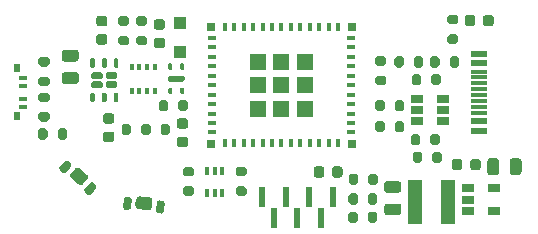
<source format=gbr>
G04 #@! TF.GenerationSoftware,KiCad,Pcbnew,(5.1.10)-1*
G04 #@! TF.CreationDate,2021-07-14T09:56:37-05:00*
G04 #@! TF.ProjectId,temp sensor,74656d70-2073-4656-9e73-6f722e6b6963,0.2*
G04 #@! TF.SameCoordinates,Original*
G04 #@! TF.FileFunction,Paste,Top*
G04 #@! TF.FilePolarity,Positive*
%FSLAX45Y45*%
G04 Gerber Fmt 4.5, Leading zero omitted, Abs format (unit mm)*
G04 Created by KiCad (PCBNEW (5.1.10)-1) date 2021-07-14 09:56:37*
%MOMM*%
%LPD*%
G01*
G04 APERTURE LIST*
%ADD10R,0.600000X1.750000*%
%ADD11R,1.060000X0.650000*%
%ADD12R,0.400000X0.650000*%
%ADD13R,1.000000X1.000000*%
%ADD14R,0.630000X0.660000*%
%ADD15R,0.800000X0.400000*%
%ADD16R,1.200000X3.700000*%
%ADD17R,0.350000X0.500000*%
%ADD18R,1.450000X1.450000*%
%ADD19R,0.700000X0.700000*%
%ADD20R,0.400000X0.800000*%
%ADD21R,1.450000X0.300000*%
%ADD22R,1.450000X0.600000*%
G04 APERTURE END LIST*
G04 #@! TO.C,R10*
G36*
G01*
X15302312Y-9186486D02*
X15302312Y-9131486D01*
G75*
G02*
X15322312Y-9111486I20000J0D01*
G01*
X15362312Y-9111486D01*
G75*
G02*
X15382312Y-9131486I0J-20000D01*
G01*
X15382312Y-9186486D01*
G75*
G02*
X15362312Y-9206486I-20000J0D01*
G01*
X15322312Y-9206486D01*
G75*
G02*
X15302312Y-9186486I0J20000D01*
G01*
G37*
G36*
G01*
X15137312Y-9186486D02*
X15137312Y-9131486D01*
G75*
G02*
X15157312Y-9111486I20000J0D01*
G01*
X15197312Y-9111486D01*
G75*
G02*
X15217312Y-9131486I0J-20000D01*
G01*
X15217312Y-9186486D01*
G75*
G02*
X15197312Y-9206486I-20000J0D01*
G01*
X15157312Y-9206486D01*
G75*
G02*
X15137312Y-9186486I0J20000D01*
G01*
G37*
G04 #@! TD*
G04 #@! TO.C,SW1*
G36*
G01*
X12248795Y-9951812D02*
X12284878Y-9910303D01*
G75*
G02*
X12323675Y-9907590I20755J-18042D01*
G01*
X12387825Y-9963355D01*
G75*
G02*
X12390538Y-10002152I-18042J-20755D01*
G01*
X12354454Y-10043661D01*
G75*
G02*
X12315658Y-10046373I-20755J18042D01*
G01*
X12251508Y-9990608D01*
G75*
G02*
X12248795Y-9951812I18042J20755D01*
G01*
G37*
G36*
G01*
X12364468Y-10085491D02*
X12413672Y-10028887D01*
G75*
G02*
X12438361Y-10027161I13207J-11481D01*
G01*
X12464775Y-10050123D01*
G75*
G02*
X12466502Y-10074811I-11481J-13207D01*
G01*
X12417297Y-10131415D01*
G75*
G02*
X12392609Y-10133141I-13207J11481D01*
G01*
X12366194Y-10110179D01*
G75*
G02*
X12364468Y-10085491I11481J13207D01*
G01*
G37*
G36*
G01*
X12153149Y-9901794D02*
X12202354Y-9845191D01*
G75*
G02*
X12227042Y-9843464I13207J-11481D01*
G01*
X12253457Y-9866426D01*
G75*
G02*
X12255183Y-9891115I-11481J-13207D01*
G01*
X12205979Y-9947718D01*
G75*
G02*
X12181290Y-9949444I-13207J11481D01*
G01*
X12154876Y-9926482D01*
G75*
G02*
X12153149Y-9901794I11481J13207D01*
G01*
G37*
G04 #@! TD*
D10*
G04 #@! TO.C,J3*
X14467500Y-10155000D03*
X14267500Y-10155000D03*
X14067500Y-10155000D03*
X13867500Y-10155000D03*
X14367500Y-10330000D03*
X14167500Y-10330000D03*
X13967500Y-10330000D03*
G04 #@! TD*
G04 #@! TO.C,R6*
G36*
G01*
X14767500Y-10030000D02*
X14767500Y-9975000D01*
G75*
G02*
X14787500Y-9955000I20000J0D01*
G01*
X14827500Y-9955000D01*
G75*
G02*
X14847500Y-9975000I0J-20000D01*
G01*
X14847500Y-10030000D01*
G75*
G02*
X14827500Y-10050000I-20000J0D01*
G01*
X14787500Y-10050000D01*
G75*
G02*
X14767500Y-10030000I0J20000D01*
G01*
G37*
G36*
G01*
X14602500Y-10030000D02*
X14602500Y-9975000D01*
G75*
G02*
X14622500Y-9955000I20000J0D01*
G01*
X14662500Y-9955000D01*
G75*
G02*
X14682500Y-9975000I0J-20000D01*
G01*
X14682500Y-10030000D01*
G75*
G02*
X14662500Y-10050000I-20000J0D01*
G01*
X14622500Y-10050000D01*
G75*
G02*
X14602500Y-10030000I0J20000D01*
G01*
G37*
G04 #@! TD*
G04 #@! TO.C,C5*
G36*
G01*
X12487500Y-8772500D02*
X12537500Y-8772500D01*
G75*
G02*
X12560000Y-8795000I0J-22500D01*
G01*
X12560000Y-8840000D01*
G75*
G02*
X12537500Y-8862500I-22500J0D01*
G01*
X12487500Y-8862500D01*
G75*
G02*
X12465000Y-8840000I0J22500D01*
G01*
X12465000Y-8795000D01*
G75*
G02*
X12487500Y-8772500I22500J0D01*
G01*
G37*
G36*
G01*
X12487500Y-8617500D02*
X12537500Y-8617500D01*
G75*
G02*
X12560000Y-8640000I0J-22500D01*
G01*
X12560000Y-8685000D01*
G75*
G02*
X12537500Y-8707500I-22500J0D01*
G01*
X12487500Y-8707500D01*
G75*
G02*
X12465000Y-8685000I0J22500D01*
G01*
X12465000Y-8640000D01*
G75*
G02*
X12487500Y-8617500I22500J0D01*
G01*
G37*
G04 #@! TD*
G04 #@! TO.C,R15*
G36*
G01*
X11995000Y-9132500D02*
X12050000Y-9132500D01*
G75*
G02*
X12070000Y-9152500I0J-20000D01*
G01*
X12070000Y-9192500D01*
G75*
G02*
X12050000Y-9212500I-20000J0D01*
G01*
X11995000Y-9212500D01*
G75*
G02*
X11975000Y-9192500I0J20000D01*
G01*
X11975000Y-9152500D01*
G75*
G02*
X11995000Y-9132500I20000J0D01*
G01*
G37*
G36*
G01*
X11995000Y-8967500D02*
X12050000Y-8967500D01*
G75*
G02*
X12070000Y-8987500I0J-20000D01*
G01*
X12070000Y-9027500D01*
G75*
G02*
X12050000Y-9047500I-20000J0D01*
G01*
X11995000Y-9047500D01*
G75*
G02*
X11975000Y-9027500I0J20000D01*
G01*
X11975000Y-8987500D01*
G75*
G02*
X11995000Y-8967500I20000J0D01*
G01*
G37*
G04 #@! TD*
G04 #@! TO.C,R16*
G36*
G01*
X12723700Y-8701800D02*
X12668700Y-8701800D01*
G75*
G02*
X12648700Y-8681800I0J20000D01*
G01*
X12648700Y-8641800D01*
G75*
G02*
X12668700Y-8621800I20000J0D01*
G01*
X12723700Y-8621800D01*
G75*
G02*
X12743700Y-8641800I0J-20000D01*
G01*
X12743700Y-8681800D01*
G75*
G02*
X12723700Y-8701800I-20000J0D01*
G01*
G37*
G36*
G01*
X12723700Y-8866800D02*
X12668700Y-8866800D01*
G75*
G02*
X12648700Y-8846800I0J20000D01*
G01*
X12648700Y-8806800D01*
G75*
G02*
X12668700Y-8786800I20000J0D01*
G01*
X12723700Y-8786800D01*
G75*
G02*
X12743700Y-8806800I0J-20000D01*
G01*
X12743700Y-8846800D01*
G75*
G02*
X12723700Y-8866800I-20000J0D01*
G01*
G37*
G04 #@! TD*
G04 #@! TO.C,C4*
G36*
G01*
X13220000Y-9575000D02*
X13170000Y-9575000D01*
G75*
G02*
X13147500Y-9552500I0J22500D01*
G01*
X13147500Y-9507500D01*
G75*
G02*
X13170000Y-9485000I22500J0D01*
G01*
X13220000Y-9485000D01*
G75*
G02*
X13242500Y-9507500I0J-22500D01*
G01*
X13242500Y-9552500D01*
G75*
G02*
X13220000Y-9575000I-22500J0D01*
G01*
G37*
G36*
G01*
X13220000Y-9730000D02*
X13170000Y-9730000D01*
G75*
G02*
X13147500Y-9707500I0J22500D01*
G01*
X13147500Y-9662500D01*
G75*
G02*
X13170000Y-9640000I22500J0D01*
G01*
X13220000Y-9640000D01*
G75*
G02*
X13242500Y-9662500I0J-22500D01*
G01*
X13242500Y-9707500D01*
G75*
G02*
X13220000Y-9730000I-22500J0D01*
G01*
G37*
G04 #@! TD*
G04 #@! TO.C,R13*
G36*
G01*
X14906162Y-9528996D02*
X14906162Y-9583996D01*
G75*
G02*
X14886162Y-9603996I-20000J0D01*
G01*
X14846162Y-9603996D01*
G75*
G02*
X14826162Y-9583996I0J20000D01*
G01*
X14826162Y-9528996D01*
G75*
G02*
X14846162Y-9508996I20000J0D01*
G01*
X14886162Y-9508996D01*
G75*
G02*
X14906162Y-9528996I0J-20000D01*
G01*
G37*
G36*
G01*
X15071162Y-9528996D02*
X15071162Y-9583996D01*
G75*
G02*
X15051162Y-9603996I-20000J0D01*
G01*
X15011162Y-9603996D01*
G75*
G02*
X14991162Y-9583996I0J20000D01*
G01*
X14991162Y-9528996D01*
G75*
G02*
X15011162Y-9508996I20000J0D01*
G01*
X15051162Y-9508996D01*
G75*
G02*
X15071162Y-9528996I0J-20000D01*
G01*
G37*
G04 #@! TD*
G04 #@! TO.C,R3*
G36*
G01*
X12050000Y-9347500D02*
X11995000Y-9347500D01*
G75*
G02*
X11975000Y-9327500I0J20000D01*
G01*
X11975000Y-9287500D01*
G75*
G02*
X11995000Y-9267500I20000J0D01*
G01*
X12050000Y-9267500D01*
G75*
G02*
X12070000Y-9287500I0J-20000D01*
G01*
X12070000Y-9327500D01*
G75*
G02*
X12050000Y-9347500I-20000J0D01*
G01*
G37*
G36*
G01*
X12050000Y-9512500D02*
X11995000Y-9512500D01*
G75*
G02*
X11975000Y-9492500I0J20000D01*
G01*
X11975000Y-9452500D01*
G75*
G02*
X11995000Y-9432500I20000J0D01*
G01*
X12050000Y-9432500D01*
G75*
G02*
X12070000Y-9452500I0J-20000D01*
G01*
X12070000Y-9492500D01*
G75*
G02*
X12050000Y-9512500I-20000J0D01*
G01*
G37*
G04 #@! TD*
G04 #@! TO.C,R2*
G36*
G01*
X14900776Y-9040722D02*
X14845776Y-9040722D01*
G75*
G02*
X14825776Y-9020722I0J20000D01*
G01*
X14825776Y-8980722D01*
G75*
G02*
X14845776Y-8960722I20000J0D01*
G01*
X14900776Y-8960722D01*
G75*
G02*
X14920776Y-8980722I0J-20000D01*
G01*
X14920776Y-9020722D01*
G75*
G02*
X14900776Y-9040722I-20000J0D01*
G01*
G37*
G36*
G01*
X14900776Y-9205722D02*
X14845776Y-9205722D01*
G75*
G02*
X14825776Y-9185722I0J20000D01*
G01*
X14825776Y-9145722D01*
G75*
G02*
X14845776Y-9125722I20000J0D01*
G01*
X14900776Y-9125722D01*
G75*
G02*
X14920776Y-9145722I0J-20000D01*
G01*
X14920776Y-9185722D01*
G75*
G02*
X14900776Y-9205722I-20000J0D01*
G01*
G37*
G04 #@! TD*
G04 #@! TO.C,R11*
G36*
G01*
X15206644Y-9639740D02*
X15206644Y-9694740D01*
G75*
G02*
X15186644Y-9714740I-20000J0D01*
G01*
X15146644Y-9714740D01*
G75*
G02*
X15126644Y-9694740I0J20000D01*
G01*
X15126644Y-9639740D01*
G75*
G02*
X15146644Y-9619740I20000J0D01*
G01*
X15186644Y-9619740D01*
G75*
G02*
X15206644Y-9639740I0J-20000D01*
G01*
G37*
G36*
G01*
X15371644Y-9639740D02*
X15371644Y-9694740D01*
G75*
G02*
X15351644Y-9714740I-20000J0D01*
G01*
X15311644Y-9714740D01*
G75*
G02*
X15291644Y-9694740I0J20000D01*
G01*
X15291644Y-9639740D01*
G75*
G02*
X15311644Y-9619740I20000J0D01*
G01*
X15351644Y-9619740D01*
G75*
G02*
X15371644Y-9639740I0J-20000D01*
G01*
G37*
G04 #@! TD*
G04 #@! TO.C,R4*
G36*
G01*
X13665000Y-10062500D02*
X13720000Y-10062500D01*
G75*
G02*
X13740000Y-10082500I0J-20000D01*
G01*
X13740000Y-10122500D01*
G75*
G02*
X13720000Y-10142500I-20000J0D01*
G01*
X13665000Y-10142500D01*
G75*
G02*
X13645000Y-10122500I0J20000D01*
G01*
X13645000Y-10082500D01*
G75*
G02*
X13665000Y-10062500I20000J0D01*
G01*
G37*
G36*
G01*
X13665000Y-9897500D02*
X13720000Y-9897500D01*
G75*
G02*
X13740000Y-9917500I0J-20000D01*
G01*
X13740000Y-9957500D01*
G75*
G02*
X13720000Y-9977500I-20000J0D01*
G01*
X13665000Y-9977500D01*
G75*
G02*
X13645000Y-9957500I0J20000D01*
G01*
X13645000Y-9917500D01*
G75*
G02*
X13665000Y-9897500I20000J0D01*
G01*
G37*
G04 #@! TD*
G04 #@! TO.C,R7*
G36*
G01*
X13075000Y-9352500D02*
X13075000Y-9407500D01*
G75*
G02*
X13055000Y-9427500I-20000J0D01*
G01*
X13015000Y-9427500D01*
G75*
G02*
X12995000Y-9407500I0J20000D01*
G01*
X12995000Y-9352500D01*
G75*
G02*
X13015000Y-9332500I20000J0D01*
G01*
X13055000Y-9332500D01*
G75*
G02*
X13075000Y-9352500I0J-20000D01*
G01*
G37*
G36*
G01*
X13240000Y-9352500D02*
X13240000Y-9407500D01*
G75*
G02*
X13220000Y-9427500I-20000J0D01*
G01*
X13180000Y-9427500D01*
G75*
G02*
X13160000Y-9407500I0J20000D01*
G01*
X13160000Y-9352500D01*
G75*
G02*
X13180000Y-9332500I20000J0D01*
G01*
X13220000Y-9332500D01*
G75*
G02*
X13240000Y-9352500I0J-20000D01*
G01*
G37*
G04 #@! TD*
D11*
G04 #@! TO.C,U2*
X15832600Y-10078970D03*
X15832600Y-10268970D03*
X15612600Y-10268970D03*
X15612600Y-10173970D03*
X15612600Y-10078970D03*
G04 #@! TD*
G04 #@! TO.C,C3*
G36*
G01*
X12197500Y-9095000D02*
X12292500Y-9095000D01*
G75*
G02*
X12317500Y-9120000I0J-25000D01*
G01*
X12317500Y-9170000D01*
G75*
G02*
X12292500Y-9195000I-25000J0D01*
G01*
X12197500Y-9195000D01*
G75*
G02*
X12172500Y-9170000I0J25000D01*
G01*
X12172500Y-9120000D01*
G75*
G02*
X12197500Y-9095000I25000J0D01*
G01*
G37*
G36*
G01*
X12197500Y-8905000D02*
X12292500Y-8905000D01*
G75*
G02*
X12317500Y-8930000I0J-25000D01*
G01*
X12317500Y-8980000D01*
G75*
G02*
X12292500Y-9005000I-25000J0D01*
G01*
X12197500Y-9005000D01*
G75*
G02*
X12172500Y-8980000I0J25000D01*
G01*
X12172500Y-8930000D01*
G75*
G02*
X12197500Y-8905000I25000J0D01*
G01*
G37*
G04 #@! TD*
D12*
G04 #@! TO.C,Q1*
X13402500Y-9930000D03*
X13532500Y-9930000D03*
X13467500Y-10120000D03*
X13467500Y-9930000D03*
X13532500Y-10120000D03*
X13402500Y-10120000D03*
G04 #@! TD*
D13*
G04 #@! TO.C,D1*
X13172500Y-8677500D03*
X13172500Y-8927500D03*
G04 #@! TD*
G04 #@! TO.C,U4*
G36*
G01*
X12439500Y-9170900D02*
X12506500Y-9170900D01*
G75*
G02*
X12521500Y-9185900I0J-15000D01*
G01*
X12521500Y-9215900D01*
G75*
G02*
X12506500Y-9230900I-15000J0D01*
G01*
X12439500Y-9230900D01*
G75*
G02*
X12424500Y-9215900I0J15000D01*
G01*
X12424500Y-9185900D01*
G75*
G02*
X12439500Y-9170900I15000J0D01*
G01*
G37*
G36*
G01*
X12559500Y-9170900D02*
X12626500Y-9170900D01*
G75*
G02*
X12641500Y-9185900I0J-15000D01*
G01*
X12641500Y-9215900D01*
G75*
G02*
X12626500Y-9230900I-15000J0D01*
G01*
X12559500Y-9230900D01*
G75*
G02*
X12544500Y-9215900I0J15000D01*
G01*
X12544500Y-9185900D01*
G75*
G02*
X12559500Y-9170900I15000J0D01*
G01*
G37*
G36*
G01*
X12439500Y-9095900D02*
X12506500Y-9095900D01*
G75*
G02*
X12521500Y-9110900I0J-15000D01*
G01*
X12521500Y-9140900D01*
G75*
G02*
X12506500Y-9155900I-15000J0D01*
G01*
X12439500Y-9155900D01*
G75*
G02*
X12424500Y-9140900I0J15000D01*
G01*
X12424500Y-9110900D01*
G75*
G02*
X12439500Y-9095900I15000J0D01*
G01*
G37*
G36*
G01*
X12559500Y-9095900D02*
X12626500Y-9095900D01*
G75*
G02*
X12641500Y-9110900I0J-15000D01*
G01*
X12641500Y-9140900D01*
G75*
G02*
X12626500Y-9155900I-15000J0D01*
G01*
X12559500Y-9155900D01*
G75*
G02*
X12544500Y-9140900I0J15000D01*
G01*
X12544500Y-9110900D01*
G75*
G02*
X12559500Y-9095900I15000J0D01*
G01*
G37*
G36*
G01*
X12623000Y-9268400D02*
X12643000Y-9268400D01*
G75*
G02*
X12653000Y-9278400I0J-10000D01*
G01*
X12653000Y-9338400D01*
G75*
G02*
X12643000Y-9348400I-10000J0D01*
G01*
X12623000Y-9348400D01*
G75*
G02*
X12613000Y-9338400I0J10000D01*
G01*
X12613000Y-9278400D01*
G75*
G02*
X12623000Y-9268400I10000J0D01*
G01*
G37*
G36*
G01*
X12523000Y-9268400D02*
X12543000Y-9268400D01*
G75*
G02*
X12553000Y-9278400I0J-10000D01*
G01*
X12553000Y-9338400D01*
G75*
G02*
X12543000Y-9348400I-10000J0D01*
G01*
X12523000Y-9348400D01*
G75*
G02*
X12513000Y-9338400I0J10000D01*
G01*
X12513000Y-9278400D01*
G75*
G02*
X12523000Y-9268400I10000J0D01*
G01*
G37*
G36*
G01*
X12423000Y-9268400D02*
X12443000Y-9268400D01*
G75*
G02*
X12453000Y-9278400I0J-10000D01*
G01*
X12453000Y-9338400D01*
G75*
G02*
X12443000Y-9348400I-10000J0D01*
G01*
X12423000Y-9348400D01*
G75*
G02*
X12413000Y-9338400I0J10000D01*
G01*
X12413000Y-9278400D01*
G75*
G02*
X12423000Y-9268400I10000J0D01*
G01*
G37*
G36*
G01*
X12423000Y-8978400D02*
X12443000Y-8978400D01*
G75*
G02*
X12453000Y-8988400I0J-10000D01*
G01*
X12453000Y-9048400D01*
G75*
G02*
X12443000Y-9058400I-10000J0D01*
G01*
X12423000Y-9058400D01*
G75*
G02*
X12413000Y-9048400I0J10000D01*
G01*
X12413000Y-8988400D01*
G75*
G02*
X12423000Y-8978400I10000J0D01*
G01*
G37*
G36*
G01*
X12523000Y-8978400D02*
X12543000Y-8978400D01*
G75*
G02*
X12553000Y-8988400I0J-10000D01*
G01*
X12553000Y-9048400D01*
G75*
G02*
X12543000Y-9058400I-10000J0D01*
G01*
X12523000Y-9058400D01*
G75*
G02*
X12513000Y-9048400I0J10000D01*
G01*
X12513000Y-8988400D01*
G75*
G02*
X12523000Y-8978400I10000J0D01*
G01*
G37*
G36*
G01*
X12623000Y-8978400D02*
X12643000Y-8978400D01*
G75*
G02*
X12653000Y-8988400I0J-10000D01*
G01*
X12653000Y-9048400D01*
G75*
G02*
X12643000Y-9058400I-10000J0D01*
G01*
X12623000Y-9058400D01*
G75*
G02*
X12613000Y-9048400I0J10000D01*
G01*
X12613000Y-8988400D01*
G75*
G02*
X12623000Y-8978400I10000J0D01*
G01*
G37*
G04 #@! TD*
D14*
G04 #@! TO.C,D2*
X11790000Y-9467000D03*
D15*
X11848500Y-9386000D03*
X11848500Y-9318000D03*
X11848500Y-9212000D03*
X11848500Y-9144000D03*
D14*
X11790000Y-9063000D03*
G04 #@! TD*
G04 #@! TO.C,R12*
G36*
G01*
X14906924Y-9352466D02*
X14906924Y-9407466D01*
G75*
G02*
X14886924Y-9427466I-20000J0D01*
G01*
X14846924Y-9427466D01*
G75*
G02*
X14826924Y-9407466I0J20000D01*
G01*
X14826924Y-9352466D01*
G75*
G02*
X14846924Y-9332466I20000J0D01*
G01*
X14886924Y-9332466D01*
G75*
G02*
X14906924Y-9352466I0J-20000D01*
G01*
G37*
G36*
G01*
X15071924Y-9352466D02*
X15071924Y-9407466D01*
G75*
G02*
X15051924Y-9427466I-20000J0D01*
G01*
X15011924Y-9427466D01*
G75*
G02*
X14991924Y-9407466I0J20000D01*
G01*
X14991924Y-9352466D01*
G75*
G02*
X15011924Y-9332466I20000J0D01*
G01*
X15051924Y-9332466D01*
G75*
G02*
X15071924Y-9352466I0J-20000D01*
G01*
G37*
G04 #@! TD*
G04 #@! TO.C,C9*
G36*
G01*
X14927832Y-10206524D02*
X15022832Y-10206524D01*
G75*
G02*
X15047832Y-10231524I0J-25000D01*
G01*
X15047832Y-10281524D01*
G75*
G02*
X15022832Y-10306524I-25000J0D01*
G01*
X14927832Y-10306524D01*
G75*
G02*
X14902832Y-10281524I0J25000D01*
G01*
X14902832Y-10231524D01*
G75*
G02*
X14927832Y-10206524I25000J0D01*
G01*
G37*
G36*
G01*
X14927832Y-10016524D02*
X15022832Y-10016524D01*
G75*
G02*
X15047832Y-10041524I0J-25000D01*
G01*
X15047832Y-10091524D01*
G75*
G02*
X15022832Y-10116524I-25000J0D01*
G01*
X14927832Y-10116524D01*
G75*
G02*
X14902832Y-10091524I0J25000D01*
G01*
X14902832Y-10041524D01*
G75*
G02*
X14927832Y-10016524I25000J0D01*
G01*
G37*
G04 #@! TD*
G04 #@! TO.C,R1*
G36*
G01*
X15153276Y-9035722D02*
X15153276Y-8980722D01*
G75*
G02*
X15173276Y-8960722I20000J0D01*
G01*
X15213276Y-8960722D01*
G75*
G02*
X15233276Y-8980722I0J-20000D01*
G01*
X15233276Y-9035722D01*
G75*
G02*
X15213276Y-9055722I-20000J0D01*
G01*
X15173276Y-9055722D01*
G75*
G02*
X15153276Y-9035722I0J20000D01*
G01*
G37*
G36*
G01*
X14988276Y-9035722D02*
X14988276Y-8980722D01*
G75*
G02*
X15008276Y-8960722I20000J0D01*
G01*
X15048276Y-8960722D01*
G75*
G02*
X15068276Y-8980722I0J-20000D01*
G01*
X15068276Y-9035722D01*
G75*
G02*
X15048276Y-9055722I-20000J0D01*
G01*
X15008276Y-9055722D01*
G75*
G02*
X14988276Y-9035722I0J20000D01*
G01*
G37*
G04 #@! TD*
G04 #@! TO.C,R9*
G36*
G01*
X14680000Y-10295000D02*
X14680000Y-10350000D01*
G75*
G02*
X14660000Y-10370000I-20000J0D01*
G01*
X14620000Y-10370000D01*
G75*
G02*
X14600000Y-10350000I0J20000D01*
G01*
X14600000Y-10295000D01*
G75*
G02*
X14620000Y-10275000I20000J0D01*
G01*
X14660000Y-10275000D01*
G75*
G02*
X14680000Y-10295000I0J-20000D01*
G01*
G37*
G36*
G01*
X14845000Y-10295000D02*
X14845000Y-10350000D01*
G75*
G02*
X14825000Y-10370000I-20000J0D01*
G01*
X14785000Y-10370000D01*
G75*
G02*
X14765000Y-10350000I0J20000D01*
G01*
X14765000Y-10295000D01*
G75*
G02*
X14785000Y-10275000I20000J0D01*
G01*
X14825000Y-10275000D01*
G75*
G02*
X14845000Y-10295000I0J-20000D01*
G01*
G37*
G04 #@! TD*
G04 #@! TO.C,C1*
G36*
G01*
X12545206Y-9597124D02*
X12595206Y-9597124D01*
G75*
G02*
X12617706Y-9619624I0J-22500D01*
G01*
X12617706Y-9664624D01*
G75*
G02*
X12595206Y-9687124I-22500J0D01*
G01*
X12545206Y-9687124D01*
G75*
G02*
X12522706Y-9664624I0J22500D01*
G01*
X12522706Y-9619624D01*
G75*
G02*
X12545206Y-9597124I22500J0D01*
G01*
G37*
G36*
G01*
X12545206Y-9442124D02*
X12595206Y-9442124D01*
G75*
G02*
X12617706Y-9464624I0J-22500D01*
G01*
X12617706Y-9509624D01*
G75*
G02*
X12595206Y-9532124I-22500J0D01*
G01*
X12545206Y-9532124D01*
G75*
G02*
X12522706Y-9509624I0J22500D01*
G01*
X12522706Y-9464624D01*
G75*
G02*
X12545206Y-9442124I22500J0D01*
G01*
G37*
G04 #@! TD*
G04 #@! TO.C,R17*
G36*
G01*
X12876100Y-8701800D02*
X12821100Y-8701800D01*
G75*
G02*
X12801100Y-8681800I0J20000D01*
G01*
X12801100Y-8641800D01*
G75*
G02*
X12821100Y-8621800I20000J0D01*
G01*
X12876100Y-8621800D01*
G75*
G02*
X12896100Y-8641800I0J-20000D01*
G01*
X12896100Y-8681800D01*
G75*
G02*
X12876100Y-8701800I-20000J0D01*
G01*
G37*
G36*
G01*
X12876100Y-8866800D02*
X12821100Y-8866800D01*
G75*
G02*
X12801100Y-8846800I0J20000D01*
G01*
X12801100Y-8806800D01*
G75*
G02*
X12821100Y-8786800I20000J0D01*
G01*
X12876100Y-8786800D01*
G75*
G02*
X12896100Y-8806800I0J-20000D01*
G01*
X12896100Y-8846800D01*
G75*
G02*
X12876100Y-8866800I-20000J0D01*
G01*
G37*
G04 #@! TD*
G04 #@! TO.C,R14*
G36*
G01*
X12052500Y-9590000D02*
X12052500Y-9645000D01*
G75*
G02*
X12032500Y-9665000I-20000J0D01*
G01*
X11992500Y-9665000D01*
G75*
G02*
X11972500Y-9645000I0J20000D01*
G01*
X11972500Y-9590000D01*
G75*
G02*
X11992500Y-9570000I20000J0D01*
G01*
X12032500Y-9570000D01*
G75*
G02*
X12052500Y-9590000I0J-20000D01*
G01*
G37*
G36*
G01*
X12217500Y-9590000D02*
X12217500Y-9645000D01*
G75*
G02*
X12197500Y-9665000I-20000J0D01*
G01*
X12157500Y-9665000D01*
G75*
G02*
X12137500Y-9645000I0J20000D01*
G01*
X12137500Y-9590000D01*
G75*
G02*
X12157500Y-9570000I20000J0D01*
G01*
X12197500Y-9570000D01*
G75*
G02*
X12217500Y-9590000I0J-20000D01*
G01*
G37*
G04 #@! TD*
G04 #@! TO.C,C8*
G36*
G01*
X15965720Y-9942324D02*
X15965720Y-9847324D01*
G75*
G02*
X15990720Y-9822324I25000J0D01*
G01*
X16040720Y-9822324D01*
G75*
G02*
X16065720Y-9847324I0J-25000D01*
G01*
X16065720Y-9942324D01*
G75*
G02*
X16040720Y-9967324I-25000J0D01*
G01*
X15990720Y-9967324D01*
G75*
G02*
X15965720Y-9942324I0J25000D01*
G01*
G37*
G36*
G01*
X15775720Y-9942324D02*
X15775720Y-9847324D01*
G75*
G02*
X15800720Y-9822324I25000J0D01*
G01*
X15850720Y-9822324D01*
G75*
G02*
X15875720Y-9847324I0J-25000D01*
G01*
X15875720Y-9942324D01*
G75*
G02*
X15850720Y-9967324I-25000J0D01*
G01*
X15800720Y-9967324D01*
G75*
G02*
X15775720Y-9942324I0J25000D01*
G01*
G37*
G04 #@! TD*
G04 #@! TO.C,R8*
G36*
G01*
X14765000Y-10195000D02*
X14765000Y-10140000D01*
G75*
G02*
X14785000Y-10120000I20000J0D01*
G01*
X14825000Y-10120000D01*
G75*
G02*
X14845000Y-10140000I0J-20000D01*
G01*
X14845000Y-10195000D01*
G75*
G02*
X14825000Y-10215000I-20000J0D01*
G01*
X14785000Y-10215000D01*
G75*
G02*
X14765000Y-10195000I0J20000D01*
G01*
G37*
G36*
G01*
X14600000Y-10195000D02*
X14600000Y-10140000D01*
G75*
G02*
X14620000Y-10120000I20000J0D01*
G01*
X14660000Y-10120000D01*
G75*
G02*
X14680000Y-10140000I0J-20000D01*
G01*
X14680000Y-10195000D01*
G75*
G02*
X14660000Y-10215000I-20000J0D01*
G01*
X14620000Y-10215000D01*
G75*
G02*
X14600000Y-10195000I0J20000D01*
G01*
G37*
G04 #@! TD*
D16*
G04 #@! TO.C,L2*
X15163300Y-10192100D03*
X15443300Y-10192100D03*
G04 #@! TD*
G04 #@! TO.C,C2*
G36*
G01*
X14395000Y-9915000D02*
X14395000Y-9965000D01*
G75*
G02*
X14372500Y-9987500I-22500J0D01*
G01*
X14327500Y-9987500D01*
G75*
G02*
X14305000Y-9965000I0J22500D01*
G01*
X14305000Y-9915000D01*
G75*
G02*
X14327500Y-9892500I22500J0D01*
G01*
X14372500Y-9892500D01*
G75*
G02*
X14395000Y-9915000I0J-22500D01*
G01*
G37*
G36*
G01*
X14550000Y-9915000D02*
X14550000Y-9965000D01*
G75*
G02*
X14527500Y-9987500I-22500J0D01*
G01*
X14482500Y-9987500D01*
G75*
G02*
X14460000Y-9965000I0J22500D01*
G01*
X14460000Y-9915000D01*
G75*
G02*
X14482500Y-9892500I22500J0D01*
G01*
X14527500Y-9892500D01*
G75*
G02*
X14550000Y-9915000I0J-22500D01*
G01*
G37*
G04 #@! TD*
G04 #@! TO.C,R5*
G36*
G01*
X13275000Y-9977500D02*
X13220000Y-9977500D01*
G75*
G02*
X13200000Y-9957500I0J20000D01*
G01*
X13200000Y-9917500D01*
G75*
G02*
X13220000Y-9897500I20000J0D01*
G01*
X13275000Y-9897500D01*
G75*
G02*
X13295000Y-9917500I0J-20000D01*
G01*
X13295000Y-9957500D01*
G75*
G02*
X13275000Y-9977500I-20000J0D01*
G01*
G37*
G36*
G01*
X13275000Y-10142500D02*
X13220000Y-10142500D01*
G75*
G02*
X13200000Y-10122500I0J20000D01*
G01*
X13200000Y-10082500D01*
G75*
G02*
X13220000Y-10062500I20000J0D01*
G01*
X13275000Y-10062500D01*
G75*
G02*
X13295000Y-10082500I0J-20000D01*
G01*
X13295000Y-10122500D01*
G75*
G02*
X13275000Y-10142500I-20000J0D01*
G01*
G37*
G04 #@! TD*
D17*
G04 #@! TO.C,U3*
X12960700Y-9253200D03*
X12895700Y-9253200D03*
X12830700Y-9253200D03*
X12765700Y-9253200D03*
X12765700Y-9048200D03*
X12830700Y-9048200D03*
X12895700Y-9048200D03*
X12960700Y-9048200D03*
G04 #@! TD*
G04 #@! TO.C,L1*
G36*
G01*
X12974375Y-8805000D02*
X13025625Y-8805000D01*
G75*
G02*
X13047500Y-8826875I0J-21875D01*
G01*
X13047500Y-8870625D01*
G75*
G02*
X13025625Y-8892500I-21875J0D01*
G01*
X12974375Y-8892500D01*
G75*
G02*
X12952500Y-8870625I0J21875D01*
G01*
X12952500Y-8826875D01*
G75*
G02*
X12974375Y-8805000I21875J0D01*
G01*
G37*
G36*
G01*
X12974375Y-8647500D02*
X13025625Y-8647500D01*
G75*
G02*
X13047500Y-8669375I0J-21875D01*
G01*
X13047500Y-8713125D01*
G75*
G02*
X13025625Y-8735000I-21875J0D01*
G01*
X12974375Y-8735000D01*
G75*
G02*
X12952500Y-8713125I0J21875D01*
G01*
X12952500Y-8669375D01*
G75*
G02*
X12974375Y-8647500I21875J0D01*
G01*
G37*
G04 #@! TD*
D11*
G04 #@! TO.C,U5*
X15401308Y-9414002D03*
X15401308Y-9319002D03*
X15401308Y-9509002D03*
X15181308Y-9509002D03*
X15181308Y-9414002D03*
X15181308Y-9319002D03*
G04 #@! TD*
G04 #@! TO.C,U1*
G36*
G01*
X13200100Y-9175700D02*
X13085100Y-9175700D01*
G75*
G02*
X13072600Y-9163200I0J12500D01*
G01*
X13072600Y-9138200D01*
G75*
G02*
X13085100Y-9125700I12500J0D01*
G01*
X13200100Y-9125700D01*
G75*
G02*
X13212600Y-9138200I0J-12500D01*
G01*
X13212600Y-9163200D01*
G75*
G02*
X13200100Y-9175700I-12500J0D01*
G01*
G37*
G36*
G01*
X13083850Y-9020700D02*
X13101350Y-9020700D01*
G75*
G02*
X13110100Y-9029450I0J-8750D01*
G01*
X13110100Y-9066950D01*
G75*
G02*
X13101350Y-9075700I-8750J0D01*
G01*
X13083850Y-9075700D01*
G75*
G02*
X13075100Y-9066950I0J8750D01*
G01*
X13075100Y-9029450D01*
G75*
G02*
X13083850Y-9020700I8750J0D01*
G01*
G37*
G36*
G01*
X13183850Y-9020700D02*
X13201350Y-9020700D01*
G75*
G02*
X13210100Y-9029450I0J-8750D01*
G01*
X13210100Y-9066950D01*
G75*
G02*
X13201350Y-9075700I-8750J0D01*
G01*
X13183850Y-9075700D01*
G75*
G02*
X13175100Y-9066950I0J8750D01*
G01*
X13175100Y-9029450D01*
G75*
G02*
X13183850Y-9020700I8750J0D01*
G01*
G37*
G36*
G01*
X13201350Y-9280700D02*
X13183850Y-9280700D01*
G75*
G02*
X13175100Y-9271950I0J8750D01*
G01*
X13175100Y-9234450D01*
G75*
G02*
X13183850Y-9225700I8750J0D01*
G01*
X13201350Y-9225700D01*
G75*
G02*
X13210100Y-9234450I0J-8750D01*
G01*
X13210100Y-9271950D01*
G75*
G02*
X13201350Y-9280700I-8750J0D01*
G01*
G37*
G36*
G01*
X13101350Y-9280700D02*
X13083850Y-9280700D01*
G75*
G02*
X13075100Y-9271950I0J8750D01*
G01*
X13075100Y-9234450D01*
G75*
G02*
X13083850Y-9225700I8750J0D01*
G01*
X13101350Y-9225700D01*
G75*
G02*
X13110100Y-9234450I0J-8750D01*
G01*
X13110100Y-9271950D01*
G75*
G02*
X13101350Y-9280700I-8750J0D01*
G01*
G37*
G04 #@! TD*
G04 #@! TO.C,SW2*
G36*
G01*
X12796507Y-10225635D02*
X12802256Y-10170936D01*
G75*
G02*
X12832480Y-10146461I27349J-2875D01*
G01*
X12917014Y-10155346D01*
G75*
G02*
X12941489Y-10185570I-2875J-27349D01*
G01*
X12935740Y-10240269D01*
G75*
G02*
X12905516Y-10264744I-27349J2875D01*
G01*
X12820982Y-10255859D01*
G75*
G02*
X12796507Y-10225635I2875J27349D01*
G01*
G37*
G36*
G01*
X12967935Y-10268791D02*
X12975775Y-10194201D01*
G75*
G02*
X12995008Y-10178627I17404J-1829D01*
G01*
X13029816Y-10182285D01*
G75*
G02*
X13045391Y-10201518I-1829J-17404D01*
G01*
X13037552Y-10276107D01*
G75*
G02*
X13018318Y-10291682I-17404J1829D01*
G01*
X12983510Y-10288024D01*
G75*
G02*
X12967935Y-10268791I1829J17404D01*
G01*
G37*
G36*
G01*
X12689469Y-10239523D02*
X12697309Y-10164933D01*
G75*
G02*
X12716542Y-10149359I17404J-1829D01*
G01*
X12751350Y-10153017D01*
G75*
G02*
X12766925Y-10172250I-1829J-17404D01*
G01*
X12759085Y-10246839D01*
G75*
G02*
X12739852Y-10262414I-17404J1829D01*
G01*
X12705044Y-10258756D01*
G75*
G02*
X12689469Y-10239523I1829J17404D01*
G01*
G37*
G04 #@! TD*
D18*
G04 #@! TO.C,IC1*
X14033300Y-9007300D03*
X14230800Y-9007300D03*
X14230800Y-9204800D03*
X14230800Y-9402300D03*
X14033300Y-9402300D03*
X13835800Y-9402300D03*
X13835800Y-9204800D03*
X13835800Y-9007300D03*
D19*
X13438300Y-8709800D03*
X13438300Y-9699800D03*
X14628300Y-9699800D03*
X14628300Y-8709800D03*
D18*
X14033300Y-9204800D03*
D20*
X13553300Y-8714800D03*
X13633300Y-8714800D03*
X13713300Y-8714800D03*
X13793300Y-8714800D03*
X13873300Y-8714800D03*
X13953300Y-8714800D03*
X14033300Y-8714800D03*
X14113300Y-8714800D03*
X14193300Y-8714800D03*
X14273300Y-8714800D03*
X14353300Y-8714800D03*
X14433300Y-8714800D03*
X14513300Y-8714800D03*
D15*
X14623300Y-8804800D03*
X14623300Y-8884800D03*
X14623300Y-8964800D03*
X14623300Y-9044800D03*
X14623300Y-9124800D03*
X14623300Y-9204800D03*
X14623300Y-9284800D03*
X14623300Y-9364800D03*
X14623300Y-9444800D03*
X14623300Y-9524800D03*
X14623300Y-9604800D03*
D20*
X14513300Y-9694800D03*
X14433300Y-9694800D03*
X14353300Y-9694800D03*
X14273300Y-9694800D03*
X14193300Y-9694800D03*
X14113300Y-9694800D03*
X14033300Y-9694800D03*
X13953300Y-9694800D03*
X13873300Y-9694800D03*
X13793300Y-9694800D03*
X13713300Y-9694800D03*
X13633300Y-9694800D03*
X13553300Y-9694800D03*
D15*
X13443300Y-9604800D03*
X13443300Y-9524800D03*
X13443300Y-9444800D03*
X13443300Y-9364800D03*
X13443300Y-9284800D03*
X13443300Y-9204800D03*
X13443300Y-9124800D03*
X13443300Y-9044800D03*
X13443300Y-8964800D03*
X13443300Y-8884800D03*
X13443300Y-8804800D03*
G04 #@! TD*
G04 #@! TO.C,C6*
G36*
G01*
X15829352Y-8633352D02*
X15829352Y-8683352D01*
G75*
G02*
X15806852Y-8705852I-22500J0D01*
G01*
X15761852Y-8705852D01*
G75*
G02*
X15739352Y-8683352I0J22500D01*
G01*
X15739352Y-8633352D01*
G75*
G02*
X15761852Y-8610852I22500J0D01*
G01*
X15806852Y-8610852D01*
G75*
G02*
X15829352Y-8633352I0J-22500D01*
G01*
G37*
G36*
G01*
X15674352Y-8633352D02*
X15674352Y-8683352D01*
G75*
G02*
X15651852Y-8705852I-22500J0D01*
G01*
X15606852Y-8705852D01*
G75*
G02*
X15584352Y-8683352I0J22500D01*
G01*
X15584352Y-8633352D01*
G75*
G02*
X15606852Y-8610852I22500J0D01*
G01*
X15651852Y-8610852D01*
G75*
G02*
X15674352Y-8633352I0J-22500D01*
G01*
G37*
G04 #@! TD*
D21*
G04 #@! TO.C,J1*
X15705196Y-9289396D03*
X15705196Y-9089396D03*
X15705196Y-9139396D03*
X15705196Y-9189396D03*
X15705196Y-9239396D03*
X15705196Y-9339396D03*
X15705196Y-9389396D03*
X15705196Y-9439396D03*
D22*
X15705196Y-8939396D03*
X15705196Y-9019396D03*
X15705196Y-9509396D03*
X15705196Y-9589396D03*
X15705196Y-9589396D03*
X15705196Y-9509396D03*
X15705196Y-9019396D03*
X15705196Y-8939396D03*
G04 #@! TD*
G04 #@! TO.C,R18*
G36*
G01*
X15456340Y-8775274D02*
X15511340Y-8775274D01*
G75*
G02*
X15531340Y-8795274I0J-20000D01*
G01*
X15531340Y-8835274D01*
G75*
G02*
X15511340Y-8855274I-20000J0D01*
G01*
X15456340Y-8855274D01*
G75*
G02*
X15436340Y-8835274I0J20000D01*
G01*
X15436340Y-8795274D01*
G75*
G02*
X15456340Y-8775274I20000J0D01*
G01*
G37*
G36*
G01*
X15456340Y-8610274D02*
X15511340Y-8610274D01*
G75*
G02*
X15531340Y-8630274I0J-20000D01*
G01*
X15531340Y-8670274D01*
G75*
G02*
X15511340Y-8690274I-20000J0D01*
G01*
X15456340Y-8690274D01*
G75*
G02*
X15436340Y-8670274I0J20000D01*
G01*
X15436340Y-8630274D01*
G75*
G02*
X15456340Y-8610274I20000J0D01*
G01*
G37*
G04 #@! TD*
G04 #@! TO.C,R19*
G36*
G01*
X15291998Y-9035356D02*
X15291998Y-8980356D01*
G75*
G02*
X15311998Y-8960356I20000J0D01*
G01*
X15351998Y-8960356D01*
G75*
G02*
X15371998Y-8980356I0J-20000D01*
G01*
X15371998Y-9035356D01*
G75*
G02*
X15351998Y-9055356I-20000J0D01*
G01*
X15311998Y-9055356D01*
G75*
G02*
X15291998Y-9035356I0J20000D01*
G01*
G37*
G36*
G01*
X15456998Y-9035356D02*
X15456998Y-8980356D01*
G75*
G02*
X15476998Y-8960356I20000J0D01*
G01*
X15516998Y-8960356D01*
G75*
G02*
X15536998Y-8980356I0J-20000D01*
G01*
X15536998Y-9035356D01*
G75*
G02*
X15516998Y-9055356I-20000J0D01*
G01*
X15476998Y-9055356D01*
G75*
G02*
X15456998Y-9035356I0J20000D01*
G01*
G37*
G04 #@! TD*
G04 #@! TO.C,R20*
G36*
G01*
X15390186Y-9788584D02*
X15390186Y-9843584D01*
G75*
G02*
X15370186Y-9863584I-20000J0D01*
G01*
X15330186Y-9863584D01*
G75*
G02*
X15310186Y-9843584I0J20000D01*
G01*
X15310186Y-9788584D01*
G75*
G02*
X15330186Y-9768584I20000J0D01*
G01*
X15370186Y-9768584D01*
G75*
G02*
X15390186Y-9788584I0J-20000D01*
G01*
G37*
G36*
G01*
X15225186Y-9788584D02*
X15225186Y-9843584D01*
G75*
G02*
X15205186Y-9863584I-20000J0D01*
G01*
X15165186Y-9863584D01*
G75*
G02*
X15145186Y-9843584I0J20000D01*
G01*
X15145186Y-9788584D01*
G75*
G02*
X15165186Y-9768584I20000J0D01*
G01*
X15205186Y-9768584D01*
G75*
G02*
X15225186Y-9788584I0J-20000D01*
G01*
G37*
G04 #@! TD*
G04 #@! TO.C,F1*
G36*
G01*
X15720386Y-9852181D02*
X15720386Y-9903431D01*
G75*
G02*
X15698511Y-9925306I-21875J0D01*
G01*
X15654761Y-9925306D01*
G75*
G02*
X15632886Y-9903431I0J21875D01*
G01*
X15632886Y-9852181D01*
G75*
G02*
X15654761Y-9830306I21875J0D01*
G01*
X15698511Y-9830306D01*
G75*
G02*
X15720386Y-9852181I0J-21875D01*
G01*
G37*
G36*
G01*
X15562886Y-9852181D02*
X15562886Y-9903431D01*
G75*
G02*
X15541011Y-9925306I-21875J0D01*
G01*
X15497261Y-9925306D01*
G75*
G02*
X15475386Y-9903431I0J21875D01*
G01*
X15475386Y-9852181D01*
G75*
G02*
X15497261Y-9830306I21875J0D01*
G01*
X15541011Y-9830306D01*
G75*
G02*
X15562886Y-9852181I0J-21875D01*
G01*
G37*
G04 #@! TD*
G04 #@! TO.C,JP1*
G36*
G01*
X12680116Y-9608126D02*
X12680116Y-9553126D01*
G75*
G02*
X12700116Y-9533126I20000J0D01*
G01*
X12740116Y-9533126D01*
G75*
G02*
X12760116Y-9553126I0J-20000D01*
G01*
X12760116Y-9608126D01*
G75*
G02*
X12740116Y-9628126I-20000J0D01*
G01*
X12700116Y-9628126D01*
G75*
G02*
X12680116Y-9608126I0J20000D01*
G01*
G37*
G36*
G01*
X12845116Y-9608126D02*
X12845116Y-9553126D01*
G75*
G02*
X12865116Y-9533126I20000J0D01*
G01*
X12905116Y-9533126D01*
G75*
G02*
X12925116Y-9553126I0J-20000D01*
G01*
X12925116Y-9608126D01*
G75*
G02*
X12905116Y-9628126I-20000J0D01*
G01*
X12865116Y-9628126D01*
G75*
G02*
X12845116Y-9608126I0J20000D01*
G01*
G37*
G36*
G01*
X13010116Y-9608126D02*
X13010116Y-9553126D01*
G75*
G02*
X13030116Y-9533126I20000J0D01*
G01*
X13070116Y-9533126D01*
G75*
G02*
X13090116Y-9553126I0J-20000D01*
G01*
X13090116Y-9608126D01*
G75*
G02*
X13070116Y-9628126I-20000J0D01*
G01*
X13030116Y-9628126D01*
G75*
G02*
X13010116Y-9608126I0J20000D01*
G01*
G37*
G04 #@! TD*
M02*

</source>
